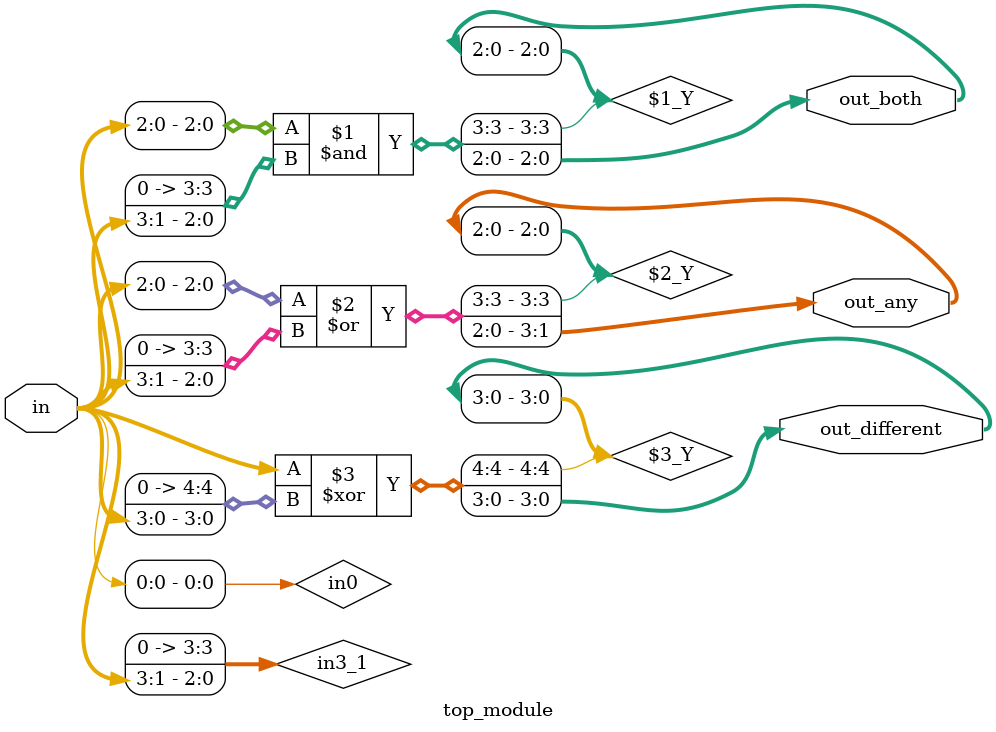
<source format=sv>
module top_module (
  input [3:0] in,
  output [2:0] out_both,
  output [3:1] out_any,
  output [3:0] out_different
);

  wire [3:0] in3_1 = in[3:1];
  wire in0 = in[0];
  
  assign out_both = in[2:0] & in3_1;
  assign out_any = in[2:0] | in3_1;
  assign out_different = in ^ {in3_1, in0};

endmodule

</source>
